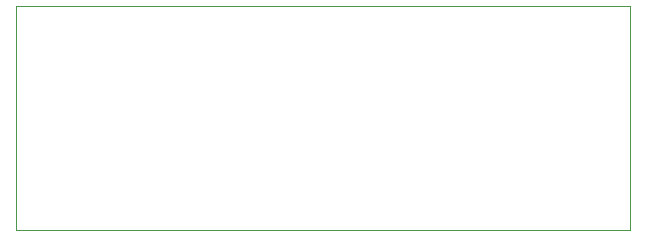
<source format=gm1>
G04 #@! TF.GenerationSoftware,KiCad,Pcbnew,(6.0.0)*
G04 #@! TF.CreationDate,2022-01-15T04:49:46-05:00*
G04 #@! TF.ProjectId,spin-tgd-power,7370696e-2d74-4676-942d-706f7765722e,rev?*
G04 #@! TF.SameCoordinates,Original*
G04 #@! TF.FileFunction,Profile,NP*
%FSLAX46Y46*%
G04 Gerber Fmt 4.6, Leading zero omitted, Abs format (unit mm)*
G04 Created by KiCad (PCBNEW (6.0.0)) date 2022-01-15 04:49:46*
%MOMM*%
%LPD*%
G01*
G04 APERTURE LIST*
G04 #@! TA.AperFunction,Profile*
%ADD10C,0.050000*%
G04 #@! TD*
G04 APERTURE END LIST*
D10*
X26000000Y-19000000D02*
X26000000Y0D01*
X0Y-19000000D02*
X26000000Y-19000000D01*
X26000000Y0D02*
X0Y0D01*
X-26000000Y-19000000D02*
X0Y-19000000D01*
X-26000000Y0D02*
X-26000000Y-19000000D01*
X0Y0D02*
X-26000000Y0D01*
M02*

</source>
